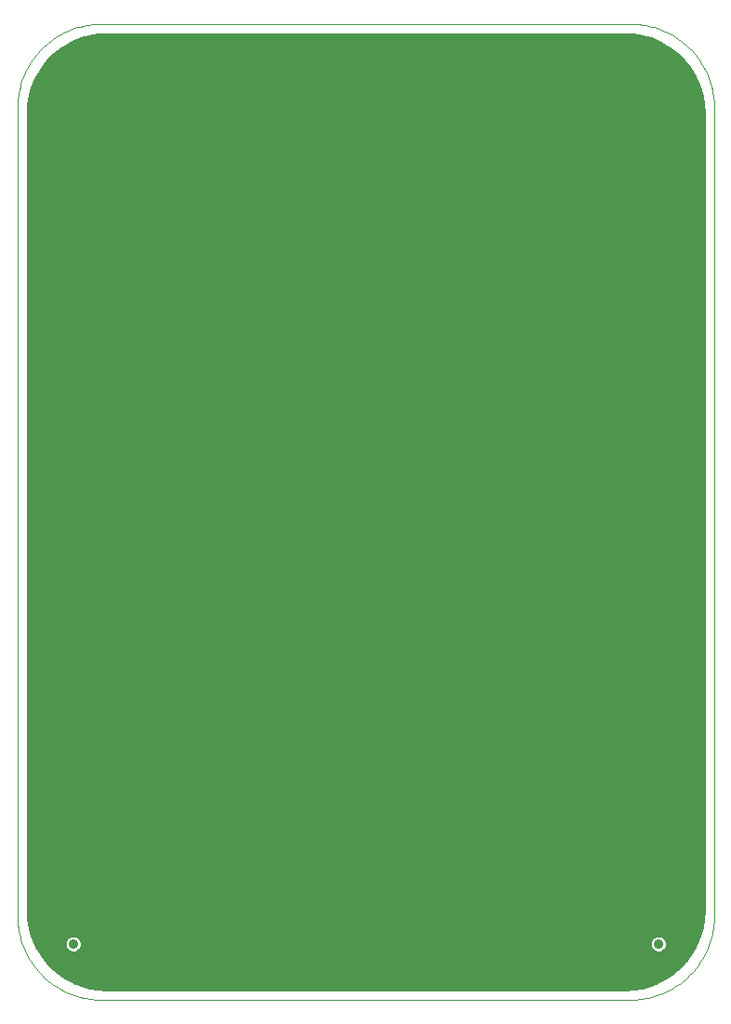
<source format=gtl>
G75*
%MOIN*%
%OFA0B0*%
%FSLAX24Y24*%
%IPPOS*%
%LPD*%
%AMOC8*
5,1,8,0,0,1.08239X$1,22.5*
%
%ADD10C,0.0000*%
%ADD11R,0.0324X0.0018*%
%ADD12R,0.0558X0.0018*%
%ADD13R,0.0738X0.0018*%
%ADD14R,0.0864X0.0018*%
%ADD15R,0.0990X0.0018*%
%ADD16R,0.1062X0.0018*%
%ADD17R,0.1170X0.0018*%
%ADD18R,0.1242X0.0018*%
%ADD19R,0.1314X0.0018*%
%ADD20R,0.1386X0.0018*%
%ADD21R,0.1458X0.0018*%
%ADD22R,0.1512X0.0018*%
%ADD23R,0.1566X0.0018*%
%ADD24R,0.1638X0.0018*%
%ADD25R,0.1674X0.0018*%
%ADD26R,0.1728X0.0018*%
%ADD27R,0.1764X0.0018*%
%ADD28R,0.1818X0.0018*%
%ADD29R,0.1854X0.0018*%
%ADD30R,0.1890X0.0018*%
%ADD31R,0.1926X0.0018*%
%ADD32R,0.1962X0.0018*%
%ADD33R,0.1998X0.0018*%
%ADD34R,0.2034X0.0018*%
%ADD35R,0.2070X0.0018*%
%ADD36R,0.2106X0.0018*%
%ADD37R,0.2142X0.0018*%
%ADD38R,0.2178X0.0018*%
%ADD39R,0.2214X0.0018*%
%ADD40R,0.2250X0.0018*%
%ADD41R,0.2286X0.0018*%
%ADD42R,0.2322X0.0018*%
%ADD43R,0.2358X0.0018*%
%ADD44R,0.2394X0.0018*%
%ADD45R,0.2430X0.0018*%
%ADD46R,0.2466X0.0018*%
%ADD47R,0.2502X0.0018*%
%ADD48R,0.2538X0.0018*%
%ADD49R,0.2574X0.0018*%
%ADD50R,0.2610X0.0018*%
%ADD51R,0.2646X0.0018*%
%ADD52R,0.2682X0.0018*%
%ADD53R,0.2718X0.0018*%
%ADD54R,0.2754X0.0018*%
%ADD55R,0.2790X0.0018*%
%ADD56R,0.2826X0.0018*%
%ADD57R,0.2862X0.0018*%
%ADD58R,0.2898X0.0018*%
%ADD59R,0.2934X0.0018*%
%ADD60R,0.2970X0.0018*%
%ADD61R,0.3006X0.0018*%
%ADD62R,0.3042X0.0018*%
%ADD63R,0.3078X0.0018*%
%ADD64R,0.3114X0.0018*%
%ADD65R,0.3150X0.0018*%
%ADD66R,0.3186X0.0018*%
%ADD67R,0.3222X0.0018*%
%ADD68R,0.3258X0.0018*%
%ADD69R,0.3294X0.0018*%
%ADD70R,0.3330X0.0018*%
%ADD71R,0.3366X0.0018*%
%ADD72R,0.3402X0.0018*%
%ADD73R,0.3438X0.0018*%
%ADD74R,0.3474X0.0018*%
%ADD75R,0.3510X0.0018*%
%ADD76R,0.3546X0.0018*%
%ADD77R,0.3582X0.0018*%
%ADD78R,0.3618X0.0018*%
%ADD79R,0.3654X0.0018*%
%ADD80R,0.3690X0.0018*%
%ADD81R,0.3726X0.0018*%
%ADD82R,0.1800X0.0018*%
%ADD83R,0.1746X0.0018*%
%ADD84R,0.1656X0.0018*%
%ADD85R,0.1602X0.0018*%
%ADD86R,0.1584X0.0018*%
%ADD87R,0.1620X0.0018*%
%ADD88R,0.1602X0.0018*%
%ADD89R,0.1548X0.0018*%
%ADD90R,0.1530X0.0018*%
%ADD91R,0.1584X0.0018*%
%ADD92R,0.1674X0.0018*%
%ADD93R,0.1692X0.0018*%
%ADD94R,0.1710X0.0018*%
%ADD95R,0.1872X0.0018*%
%ADD96R,0.1908X0.0018*%
%ADD97R,0.1944X0.0018*%
%ADD98R,0.1980X0.0018*%
%ADD99R,0.2016X0.0018*%
%ADD100R,0.2052X0.0018*%
%ADD101R,0.2088X0.0018*%
%ADD102R,0.2124X0.0018*%
%ADD103R,0.2160X0.0018*%
%ADD104R,0.1440X0.0018*%
%ADD105R,0.0684X0.0018*%
%ADD106R,0.0666X0.0018*%
%ADD107R,0.1368X0.0018*%
%ADD108R,0.1350X0.0018*%
%ADD109R,0.0648X0.0018*%
%ADD110R,0.1332X0.0018*%
%ADD111R,0.1296X0.0018*%
%ADD112R,0.1260X0.0018*%
%ADD113R,0.1224X0.0018*%
%ADD114R,0.1188X0.0018*%
%ADD115R,0.1152X0.0018*%
%ADD116R,0.1116X0.0018*%
%ADD117R,0.1080X0.0018*%
%ADD118R,0.1026X0.0018*%
%ADD119R,0.0972X0.0018*%
%ADD120R,0.0936X0.0018*%
%ADD121R,0.0918X0.0018*%
%ADD122R,0.0900X0.0018*%
%ADD123R,0.0882X0.0018*%
%ADD124R,0.0846X0.0018*%
%ADD125R,0.0828X0.0018*%
%ADD126R,0.0810X0.0018*%
%ADD127R,0.0792X0.0018*%
%ADD128R,0.0792X0.0018*%
%ADD129R,0.0018X0.0018*%
%ADD130R,0.0054X0.0018*%
%ADD131R,0.1512X0.0018*%
%ADD132R,0.0090X0.0018*%
%ADD133R,0.0108X0.0018*%
%ADD134R,0.0126X0.0018*%
%ADD135R,0.0144X0.0018*%
%ADD136R,0.1494X0.0018*%
%ADD137R,0.0342X0.0018*%
%ADD138R,0.0720X0.0018*%
%ADD139R,0.0180X0.0018*%
%ADD140R,0.1134X0.0018*%
%ADD141R,0.0198X0.0018*%
%ADD142R,0.0234X0.0018*%
%ADD143R,0.1476X0.0018*%
%ADD144R,0.0270X0.0018*%
%ADD145R,0.0288X0.0018*%
%ADD146R,0.1206X0.0018*%
%ADD147R,0.0378X0.0018*%
%ADD148R,0.1224X0.0018*%
%ADD149R,0.0396X0.0018*%
%ADD150R,0.0432X0.0018*%
%ADD151R,0.0450X0.0018*%
%ADD152R,0.1422X0.0018*%
%ADD153R,0.1242X0.0018*%
%ADD154R,0.0486X0.0018*%
%ADD155R,0.1422X0.0018*%
%ADD156R,0.0504X0.0018*%
%ADD157R,0.1404X0.0018*%
%ADD158R,0.0522X0.0018*%
%ADD159R,0.0576X0.0018*%
%ADD160R,0.0594X0.0018*%
%ADD161R,0.0630X0.0018*%
%ADD162R,0.1332X0.0018*%
%ADD163R,0.0702X0.0018*%
%ADD164R,0.1278X0.0018*%
%ADD165R,0.0774X0.0018*%
%ADD166R,0.0882X0.0018*%
%ADD167R,0.0954X0.0018*%
%ADD168R,0.1404X0.0018*%
%ADD169R,0.1008X0.0018*%
%ADD170R,0.1044X0.0018*%
%ADD171R,0.1062X0.0018*%
%ADD172R,0.1098X0.0018*%
%ADD173R,0.1152X0.0018*%
%ADD174R,0.0774X0.0018*%
%ADD175R,0.1044X0.0018*%
%ADD176R,0.0432X0.0018*%
%ADD177R,0.0702X0.0018*%
%ADD178R,0.0216X0.0018*%
%ADD179R,0.1692X0.0018*%
%ADD180R,0.1764X0.0018*%
%ADD181R,0.1782X0.0018*%
%ADD182R,0.1836X0.0018*%
%ADD183R,0.1854X0.0018*%
%ADD184R,0.1872X0.0018*%
%ADD185R,0.1782X0.0018*%
%ADD186R,0.0954X0.0018*%
%ADD187R,0.3672X0.0018*%
%ADD188R,0.3636X0.0018*%
%ADD189R,0.3600X0.0018*%
%ADD190R,0.3564X0.0018*%
%ADD191R,0.3528X0.0018*%
%ADD192R,0.3492X0.0018*%
%ADD193R,0.3456X0.0018*%
%ADD194R,0.3420X0.0018*%
%ADD195R,0.3384X0.0018*%
%ADD196R,0.3348X0.0018*%
%ADD197R,0.3312X0.0018*%
%ADD198R,0.3276X0.0018*%
%ADD199R,0.3240X0.0018*%
%ADD200R,0.3204X0.0018*%
%ADD201R,0.3168X0.0018*%
%ADD202R,0.3132X0.0018*%
%ADD203R,0.3096X0.0018*%
%ADD204R,0.3060X0.0018*%
%ADD205R,0.3024X0.0018*%
%ADD206R,0.2988X0.0018*%
%ADD207R,0.2952X0.0018*%
%ADD208R,0.2916X0.0018*%
%ADD209R,0.2880X0.0018*%
%ADD210R,0.2844X0.0018*%
%ADD211R,0.2808X0.0018*%
%ADD212R,0.2772X0.0018*%
%ADD213R,0.2736X0.0018*%
%ADD214R,0.2700X0.0018*%
%ADD215R,0.2664X0.0018*%
%ADD216R,0.2628X0.0018*%
%ADD217R,0.2592X0.0018*%
%ADD218R,0.2556X0.0018*%
%ADD219R,0.2520X0.0018*%
%ADD220R,0.2484X0.0018*%
%ADD221R,0.2448X0.0018*%
%ADD222R,0.2412X0.0018*%
%ADD223R,0.2376X0.0018*%
%ADD224R,0.2340X0.0018*%
%ADD225R,0.2304X0.0018*%
%ADD226R,0.2268X0.0018*%
%ADD227R,0.2232X0.0018*%
%ADD228R,0.2196X0.0018*%
%ADD229R,0.0306X0.0018*%
%ADD230C,0.0160*%
%ADD231C,0.0357*%
D10*
X000100Y003100D02*
X000100Y032100D01*
X000102Y032207D01*
X000108Y032314D01*
X000117Y032421D01*
X000131Y032527D01*
X000148Y032633D01*
X000169Y032738D01*
X000193Y032842D01*
X000222Y032945D01*
X000254Y033047D01*
X000289Y033148D01*
X000328Y033248D01*
X000371Y033346D01*
X000417Y033443D01*
X000467Y033538D01*
X000520Y033631D01*
X000576Y033722D01*
X000636Y033811D01*
X000698Y033898D01*
X000764Y033982D01*
X000833Y034065D01*
X000904Y034144D01*
X000979Y034221D01*
X001056Y034296D01*
X001135Y034367D01*
X001218Y034436D01*
X001302Y034502D01*
X001389Y034564D01*
X001478Y034624D01*
X001569Y034680D01*
X001662Y034733D01*
X001757Y034783D01*
X001854Y034829D01*
X001952Y034872D01*
X002052Y034911D01*
X002153Y034946D01*
X002255Y034978D01*
X002358Y035007D01*
X002462Y035031D01*
X002567Y035052D01*
X002673Y035069D01*
X002779Y035083D01*
X002886Y035092D01*
X002993Y035098D01*
X003100Y035100D01*
X022100Y035100D01*
X022207Y035098D01*
X022314Y035092D01*
X022421Y035083D01*
X022527Y035069D01*
X022633Y035052D01*
X022738Y035031D01*
X022842Y035007D01*
X022945Y034978D01*
X023047Y034946D01*
X023148Y034911D01*
X023248Y034872D01*
X023346Y034829D01*
X023443Y034783D01*
X023538Y034733D01*
X023631Y034680D01*
X023722Y034624D01*
X023811Y034564D01*
X023898Y034502D01*
X023982Y034436D01*
X024065Y034367D01*
X024144Y034296D01*
X024221Y034221D01*
X024296Y034144D01*
X024367Y034065D01*
X024436Y033982D01*
X024502Y033898D01*
X024564Y033811D01*
X024624Y033722D01*
X024680Y033631D01*
X024733Y033538D01*
X024783Y033443D01*
X024829Y033346D01*
X024872Y033248D01*
X024911Y033148D01*
X024946Y033047D01*
X024978Y032945D01*
X025007Y032842D01*
X025031Y032738D01*
X025052Y032633D01*
X025069Y032527D01*
X025083Y032421D01*
X025092Y032314D01*
X025098Y032207D01*
X025100Y032100D01*
X025100Y003100D01*
X025098Y002993D01*
X025092Y002886D01*
X025083Y002779D01*
X025069Y002673D01*
X025052Y002567D01*
X025031Y002462D01*
X025007Y002358D01*
X024978Y002255D01*
X024946Y002153D01*
X024911Y002052D01*
X024872Y001952D01*
X024829Y001854D01*
X024783Y001757D01*
X024733Y001662D01*
X024680Y001569D01*
X024624Y001478D01*
X024564Y001389D01*
X024502Y001302D01*
X024436Y001218D01*
X024367Y001135D01*
X024296Y001056D01*
X024221Y000979D01*
X024144Y000904D01*
X024065Y000833D01*
X023982Y000764D01*
X023898Y000698D01*
X023811Y000636D01*
X023722Y000576D01*
X023631Y000520D01*
X023538Y000467D01*
X023443Y000417D01*
X023346Y000371D01*
X023248Y000328D01*
X023148Y000289D01*
X023047Y000254D01*
X022945Y000222D01*
X022842Y000193D01*
X022738Y000169D01*
X022633Y000148D01*
X022527Y000131D01*
X022421Y000117D01*
X022314Y000108D01*
X022207Y000102D01*
X022100Y000100D01*
X003100Y000100D01*
X002993Y000102D01*
X002886Y000108D01*
X002779Y000117D01*
X002673Y000131D01*
X002567Y000148D01*
X002462Y000169D01*
X002358Y000193D01*
X002255Y000222D01*
X002153Y000254D01*
X002052Y000289D01*
X001952Y000328D01*
X001854Y000371D01*
X001757Y000417D01*
X001662Y000467D01*
X001569Y000520D01*
X001478Y000576D01*
X001389Y000636D01*
X001302Y000698D01*
X001218Y000764D01*
X001135Y000833D01*
X001056Y000904D01*
X000979Y000979D01*
X000904Y001056D01*
X000833Y001135D01*
X000764Y001218D01*
X000698Y001302D01*
X000636Y001389D01*
X000576Y001478D01*
X000520Y001569D01*
X000467Y001662D01*
X000417Y001757D01*
X000371Y001854D01*
X000328Y001952D01*
X000289Y002052D01*
X000254Y002153D01*
X000222Y002255D01*
X000193Y002358D01*
X000169Y002462D01*
X000148Y002567D01*
X000131Y002673D01*
X000117Y002779D01*
X000108Y002886D01*
X000102Y002993D01*
X000100Y003100D01*
X010225Y031850D02*
X014975Y031850D01*
X015024Y031852D01*
X015073Y031858D01*
X015121Y031867D01*
X015168Y031881D01*
X015214Y031898D01*
X015259Y031918D01*
X015302Y031942D01*
X015342Y031969D01*
X015381Y032000D01*
X015417Y032033D01*
X015450Y032069D01*
X015481Y032108D01*
X015508Y032148D01*
X015532Y032191D01*
X015552Y032236D01*
X015569Y032282D01*
X015583Y032329D01*
X015592Y032377D01*
X015598Y032426D01*
X015600Y032475D01*
X015598Y032524D01*
X015592Y032573D01*
X015583Y032621D01*
X015569Y032668D01*
X015552Y032714D01*
X015532Y032759D01*
X015508Y032802D01*
X015481Y032842D01*
X015450Y032881D01*
X015417Y032917D01*
X015381Y032950D01*
X015342Y032981D01*
X015302Y033008D01*
X015259Y033032D01*
X015214Y033052D01*
X015168Y033069D01*
X015121Y033083D01*
X015073Y033092D01*
X015024Y033098D01*
X014975Y033100D01*
X010225Y033100D01*
X009600Y032475D02*
X009602Y032426D01*
X009608Y032377D01*
X009617Y032329D01*
X009631Y032282D01*
X009648Y032236D01*
X009668Y032191D01*
X009692Y032148D01*
X009719Y032108D01*
X009750Y032069D01*
X009783Y032033D01*
X009819Y032000D01*
X009858Y031969D01*
X009898Y031942D01*
X009941Y031918D01*
X009986Y031898D01*
X010032Y031881D01*
X010079Y031867D01*
X010127Y031858D01*
X010176Y031852D01*
X010225Y031850D01*
X009600Y032475D02*
X009602Y032524D01*
X009608Y032573D01*
X009617Y032621D01*
X009631Y032668D01*
X009648Y032714D01*
X009668Y032759D01*
X009692Y032802D01*
X009719Y032842D01*
X009750Y032881D01*
X009783Y032917D01*
X009819Y032950D01*
X009858Y032981D01*
X009898Y033008D01*
X009941Y033032D01*
X009986Y033052D01*
X010032Y033069D01*
X010079Y033083D01*
X010127Y033092D01*
X010176Y033098D01*
X010225Y033100D01*
D11*
X018093Y022506D03*
X012621Y017412D03*
D12*
X012630Y017430D03*
X010938Y023730D03*
X013224Y025350D03*
X012630Y028968D03*
X018048Y022668D03*
D13*
X017994Y022812D03*
X013998Y019986D03*
X012630Y017448D03*
X010938Y023676D03*
X013224Y025314D03*
X012630Y028950D03*
D14*
X014025Y023568D03*
X016203Y021390D03*
X017967Y022920D03*
X012621Y017466D03*
D15*
X012630Y017484D03*
X016248Y021282D03*
D16*
X016248Y021246D03*
X013224Y025224D03*
X012630Y028896D03*
X012630Y017502D03*
D17*
X012630Y017520D03*
X011244Y022452D03*
X013224Y025188D03*
X017832Y023208D03*
D18*
X012630Y017538D03*
X011028Y022632D03*
X010974Y022704D03*
X010920Y023388D03*
D19*
X010920Y023316D03*
X007500Y023370D03*
X007536Y022794D03*
X012630Y017556D03*
X017742Y023370D03*
X012630Y028842D03*
D20*
X012630Y028824D03*
X010938Y023010D03*
X007626Y022668D03*
X007608Y022686D03*
X012630Y017574D03*
X015150Y020004D03*
X017706Y023442D03*
D21*
X017652Y023532D03*
X017652Y023550D03*
X017634Y023568D03*
X013206Y025044D03*
X007590Y023532D03*
X007698Y022560D03*
X007716Y022542D03*
X012630Y017592D03*
D22*
X012639Y017610D03*
X007869Y022344D03*
X007833Y022380D03*
X007815Y022398D03*
X007635Y023604D03*
X013215Y025008D03*
X017589Y023640D03*
D23*
X017544Y023712D03*
X014592Y019536D03*
X014574Y019518D03*
X013818Y018780D03*
X012630Y017628D03*
X011388Y018834D03*
X011370Y018852D03*
X011352Y018870D03*
X011262Y018960D03*
X011244Y018978D03*
X011226Y018996D03*
X011208Y019014D03*
X011190Y019032D03*
X011172Y019050D03*
X011154Y019068D03*
X011136Y019086D03*
X011118Y019104D03*
X011100Y019122D03*
X011082Y019140D03*
X011064Y019158D03*
X011046Y019176D03*
X011028Y019194D03*
X011010Y019212D03*
X010992Y019230D03*
X010974Y019248D03*
X010956Y019266D03*
X010938Y019284D03*
X013656Y023586D03*
X013206Y024972D03*
X007698Y023694D03*
X007680Y023676D03*
D24*
X007770Y023802D03*
X007788Y023820D03*
X012630Y017646D03*
X014646Y019626D03*
X013548Y023658D03*
X013530Y023676D03*
X013206Y024918D03*
X017436Y023856D03*
X017454Y023838D03*
D25*
X017400Y023910D03*
X017382Y023928D03*
X013422Y023766D03*
X013386Y023802D03*
X013368Y023820D03*
X013350Y023838D03*
X013296Y023910D03*
X013278Y023928D03*
X013278Y023946D03*
X013260Y023964D03*
X013206Y024882D03*
X013206Y024900D03*
X011550Y018726D03*
X012630Y017664D03*
X007842Y023892D03*
D26*
X007941Y024018D03*
X007959Y024036D03*
X007977Y024054D03*
X007995Y024072D03*
X008013Y024090D03*
X010515Y026610D03*
X010533Y026628D03*
X010551Y026646D03*
X010569Y026664D03*
X010587Y026682D03*
X010605Y026700D03*
X010623Y026718D03*
X010641Y026736D03*
X010659Y026754D03*
X010677Y026772D03*
X010695Y026790D03*
X010713Y026808D03*
X010731Y026826D03*
X010749Y026844D03*
X010767Y026862D03*
X010785Y026880D03*
X010803Y026898D03*
X010821Y026916D03*
X010839Y026934D03*
X010857Y026952D03*
X010875Y026970D03*
X010893Y026988D03*
X010911Y027006D03*
X010929Y027024D03*
X010947Y027042D03*
X010965Y027060D03*
X010983Y027078D03*
X011001Y027096D03*
X011019Y027114D03*
X011037Y027132D03*
X011055Y027150D03*
X011073Y027168D03*
X011091Y027186D03*
X011109Y027204D03*
X011127Y027222D03*
X011145Y027240D03*
X011163Y027258D03*
X011181Y027276D03*
X011199Y027294D03*
X011217Y027312D03*
X011235Y027330D03*
X011253Y027348D03*
X011559Y027654D03*
X013701Y027636D03*
X013719Y027618D03*
X013935Y027402D03*
X013953Y027384D03*
X013971Y027366D03*
X013989Y027348D03*
X014007Y027330D03*
X014025Y027312D03*
X014043Y027294D03*
X014061Y027276D03*
X014079Y027258D03*
X014097Y027240D03*
X014115Y027222D03*
X014133Y027204D03*
X014151Y027186D03*
X014169Y027168D03*
X014187Y027150D03*
X014205Y027132D03*
X014223Y027114D03*
X014241Y027096D03*
X014259Y027078D03*
X014277Y027060D03*
X014295Y027042D03*
X014313Y027024D03*
X014331Y027006D03*
X014349Y026988D03*
X014367Y026970D03*
X014385Y026952D03*
X014403Y026934D03*
X014421Y026916D03*
X014439Y026898D03*
X014457Y026880D03*
X014475Y026862D03*
X014493Y026844D03*
X014511Y026826D03*
X014529Y026808D03*
X014547Y026790D03*
X014565Y026772D03*
X014583Y026754D03*
X014601Y026736D03*
X014619Y026718D03*
X014637Y026700D03*
X014655Y026682D03*
X014673Y026664D03*
X014691Y026646D03*
X014709Y026628D03*
X014727Y026610D03*
X014745Y026592D03*
X016041Y025296D03*
X016059Y025278D03*
X016077Y025260D03*
X016095Y025242D03*
X016113Y025224D03*
X016131Y025206D03*
X016149Y025188D03*
X016167Y025170D03*
X016185Y025152D03*
X016203Y025134D03*
X016221Y025116D03*
X016239Y025098D03*
X016257Y025080D03*
X016275Y025062D03*
X016293Y025044D03*
X016311Y025026D03*
X016329Y025008D03*
X016347Y024990D03*
X016365Y024972D03*
X016383Y024954D03*
X016401Y024936D03*
X016419Y024918D03*
X016437Y024900D03*
X016455Y024882D03*
X016473Y024864D03*
X016491Y024846D03*
X016509Y024828D03*
X016527Y024810D03*
X016545Y024792D03*
X016563Y024774D03*
X016581Y024756D03*
X016599Y024738D03*
X016617Y024720D03*
X016635Y024702D03*
X016653Y024684D03*
X016671Y024666D03*
X016689Y024648D03*
X016707Y024630D03*
X016725Y024612D03*
X016743Y024594D03*
X016761Y024576D03*
X016779Y024558D03*
X016797Y024540D03*
X016815Y024522D03*
X016833Y024504D03*
X016851Y024486D03*
X016869Y024468D03*
X016887Y024450D03*
X016905Y024432D03*
X016923Y024414D03*
X016941Y024396D03*
X016959Y024378D03*
X016977Y024360D03*
X016995Y024342D03*
X017013Y024324D03*
X017031Y024306D03*
X017049Y024288D03*
X017067Y024270D03*
X017085Y024252D03*
X017103Y024234D03*
X017121Y024216D03*
X017139Y024198D03*
X017157Y024180D03*
X017175Y024162D03*
X017193Y024144D03*
X017211Y024126D03*
X017229Y024108D03*
X017247Y024090D03*
X017265Y024072D03*
X017283Y024054D03*
X014691Y019716D03*
X012639Y017682D03*
X011595Y018708D03*
X013233Y024036D03*
X013233Y024054D03*
D27*
X013629Y027690D03*
X014709Y019752D03*
X012639Y017700D03*
D28*
X012630Y017718D03*
X014718Y019788D03*
X013224Y024162D03*
X013206Y024720D03*
X013206Y024738D03*
X011676Y027726D03*
D29*
X013548Y027726D03*
X013206Y024666D03*
X014718Y019806D03*
X012630Y017736D03*
D30*
X012630Y017754D03*
X013224Y024270D03*
X013224Y024288D03*
X013224Y024306D03*
X013224Y024324D03*
X013224Y024342D03*
X013206Y024576D03*
D31*
X012630Y017772D03*
D32*
X012630Y017790D03*
D33*
X012630Y017808D03*
D34*
X012630Y017826D03*
D35*
X012630Y017844D03*
D36*
X012630Y017862D03*
D37*
X012630Y017880D03*
D38*
X012630Y017898D03*
D39*
X012630Y017916D03*
D40*
X012630Y017934D03*
D41*
X012630Y017952D03*
D42*
X012630Y017970D03*
D43*
X012630Y017988D03*
D44*
X012630Y018006D03*
D45*
X012630Y018024D03*
D46*
X012630Y018042D03*
D47*
X012630Y018060D03*
D48*
X012630Y018078D03*
D49*
X012630Y018096D03*
D50*
X012630Y018114D03*
D51*
X012630Y018132D03*
D52*
X012630Y018150D03*
D53*
X012630Y018168D03*
D54*
X012630Y018186D03*
D55*
X012630Y018204D03*
D56*
X012630Y018222D03*
D57*
X012630Y018240D03*
D58*
X012630Y018258D03*
D59*
X012630Y018276D03*
D60*
X012630Y018294D03*
D61*
X012630Y018312D03*
D62*
X012630Y018330D03*
D63*
X012630Y018348D03*
D64*
X012630Y018366D03*
D65*
X012630Y018384D03*
D66*
X012630Y018402D03*
D67*
X012630Y018420D03*
D68*
X012630Y018438D03*
D69*
X012630Y018456D03*
D70*
X012630Y018474D03*
D71*
X012630Y018492D03*
D72*
X012630Y018510D03*
D73*
X012630Y018528D03*
D74*
X012630Y018546D03*
D75*
X012630Y018564D03*
D76*
X012630Y018582D03*
D77*
X012630Y018600D03*
D78*
X012630Y018618D03*
D79*
X012630Y018636D03*
D80*
X012630Y018654D03*
D81*
X012630Y018672D03*
D82*
X011649Y018690D03*
X014709Y019770D03*
X013233Y024144D03*
X013215Y024756D03*
X013593Y027708D03*
D83*
X013656Y027672D03*
X013674Y027654D03*
X012630Y028698D03*
X011604Y027690D03*
X011586Y027672D03*
X010506Y026592D03*
X010488Y026574D03*
X010470Y026556D03*
X010452Y026538D03*
X010434Y026520D03*
X010416Y026502D03*
X010398Y026484D03*
X010380Y026466D03*
X010362Y026448D03*
X010344Y026430D03*
X010326Y026412D03*
X010308Y026394D03*
X010290Y026376D03*
X010272Y026358D03*
X010254Y026340D03*
X010236Y026322D03*
X010218Y026304D03*
X010200Y026286D03*
X010182Y026268D03*
X010164Y026250D03*
X010146Y026232D03*
X010128Y026214D03*
X010110Y026196D03*
X010092Y026178D03*
X010074Y026160D03*
X010056Y026142D03*
X010038Y026124D03*
X010020Y026106D03*
X010002Y026088D03*
X009984Y026070D03*
X009966Y026052D03*
X009948Y026034D03*
X009930Y026016D03*
X009912Y025998D03*
X009894Y025980D03*
X009876Y025962D03*
X009858Y025944D03*
X009840Y025926D03*
X009822Y025908D03*
X009804Y025890D03*
X009786Y025872D03*
X009768Y025854D03*
X009750Y025836D03*
X009732Y025818D03*
X009714Y025800D03*
X009696Y025782D03*
X009678Y025764D03*
X009660Y025746D03*
X009642Y025728D03*
X009624Y025710D03*
X009606Y025692D03*
X009588Y025674D03*
X009570Y025656D03*
X009552Y025638D03*
X009534Y025620D03*
X009516Y025602D03*
X009498Y025584D03*
X009480Y025566D03*
X009462Y025548D03*
X009444Y025530D03*
X009426Y025512D03*
X009408Y025494D03*
X009390Y025476D03*
X009372Y025458D03*
X009354Y025440D03*
X009336Y025422D03*
X009318Y025404D03*
X009300Y025386D03*
X009282Y025368D03*
X009264Y025350D03*
X009246Y025332D03*
X009228Y025314D03*
X009210Y025296D03*
X009192Y025278D03*
X009174Y025260D03*
X009156Y025242D03*
X009138Y025224D03*
X009120Y025206D03*
X009102Y025188D03*
X009084Y025170D03*
X009066Y025152D03*
X009048Y025134D03*
X009030Y025116D03*
X009012Y025098D03*
X008994Y025080D03*
X008976Y025062D03*
X008958Y025044D03*
X008940Y025026D03*
X008922Y025008D03*
X008904Y024990D03*
X008886Y024972D03*
X008868Y024954D03*
X008850Y024936D03*
X008832Y024918D03*
X008814Y024900D03*
X008796Y024882D03*
X008778Y024864D03*
X008760Y024846D03*
X008742Y024828D03*
X008724Y024810D03*
X008706Y024792D03*
X008688Y024774D03*
X008670Y024756D03*
X008652Y024738D03*
X008634Y024720D03*
X008616Y024702D03*
X008598Y024684D03*
X008580Y024666D03*
X008562Y024648D03*
X008544Y024630D03*
X008526Y024612D03*
X008508Y024594D03*
X008490Y024576D03*
X008472Y024558D03*
X008454Y024540D03*
X008436Y024522D03*
X008418Y024504D03*
X008400Y024486D03*
X008382Y024468D03*
X008364Y024450D03*
X008346Y024432D03*
X008328Y024414D03*
X008310Y024396D03*
X008292Y024378D03*
X008274Y024360D03*
X008256Y024342D03*
X008238Y024324D03*
X008220Y024306D03*
X008202Y024288D03*
X008184Y024270D03*
X008166Y024252D03*
X008148Y024234D03*
X008130Y024216D03*
X008112Y024198D03*
X008094Y024180D03*
X008076Y024162D03*
X008058Y024144D03*
X008040Y024126D03*
X008022Y024108D03*
X013224Y024072D03*
X013206Y024810D03*
X013206Y024828D03*
X014862Y026484D03*
X014880Y026466D03*
X014898Y026448D03*
X014916Y026430D03*
X014934Y026412D03*
X014952Y026394D03*
X014970Y026376D03*
X014988Y026358D03*
X015006Y026340D03*
X015024Y026322D03*
X015042Y026304D03*
X015060Y026286D03*
X015078Y026268D03*
X015096Y026250D03*
X015114Y026232D03*
X015132Y026214D03*
X015150Y026196D03*
X015168Y026178D03*
X015186Y026160D03*
X015204Y026142D03*
X015222Y026124D03*
X015240Y026106D03*
X015258Y026088D03*
X015276Y026070D03*
X015294Y026052D03*
X015312Y026034D03*
X015330Y026016D03*
X015348Y025998D03*
X015366Y025980D03*
X015384Y025962D03*
X015402Y025944D03*
X015420Y025926D03*
X015438Y025908D03*
X015456Y025890D03*
X015474Y025872D03*
X015492Y025854D03*
X015510Y025836D03*
X015528Y025818D03*
X015546Y025800D03*
X015564Y025782D03*
X015582Y025764D03*
X015600Y025746D03*
X015618Y025728D03*
X015636Y025710D03*
X015654Y025692D03*
X015672Y025674D03*
X015690Y025656D03*
X015708Y025638D03*
X015726Y025620D03*
X015744Y025602D03*
X015762Y025584D03*
X015780Y025566D03*
X015798Y025548D03*
X015816Y025530D03*
X015834Y025512D03*
X015852Y025494D03*
X015870Y025476D03*
X015888Y025458D03*
X015906Y025440D03*
X015924Y025422D03*
X015942Y025404D03*
X015960Y025386D03*
X015978Y025368D03*
X015996Y025350D03*
X016014Y025332D03*
X016032Y025314D03*
X014844Y026502D03*
X014826Y026520D03*
X014808Y026538D03*
X014790Y026556D03*
X014772Y026574D03*
X014700Y019734D03*
X013638Y018690D03*
D84*
X013701Y018708D03*
X014655Y019644D03*
X013503Y023694D03*
X013485Y023712D03*
X013467Y023730D03*
X013449Y023748D03*
X013341Y023856D03*
X013323Y023874D03*
X013305Y023892D03*
X012621Y028734D03*
X017409Y023892D03*
X017427Y023874D03*
X011523Y018744D03*
X007815Y023856D03*
X007797Y023838D03*
D85*
X013206Y024954D03*
X013602Y023622D03*
X013746Y018726D03*
D86*
X013773Y018744D03*
X013791Y018762D03*
X014601Y019554D03*
X011433Y018798D03*
X011415Y018816D03*
X007707Y023712D03*
X007725Y023730D03*
X017517Y023748D03*
X017535Y023730D03*
D87*
X017481Y023802D03*
X017463Y023820D03*
X014637Y019608D03*
X013575Y023640D03*
X013215Y024936D03*
X011487Y018762D03*
X007743Y023766D03*
X007761Y023784D03*
D88*
X007734Y023748D03*
X011460Y018780D03*
X014628Y019590D03*
X017508Y023766D03*
X017490Y023784D03*
X012630Y028752D03*
D89*
X012621Y028770D03*
X013215Y024990D03*
X009831Y020382D03*
X009813Y020400D03*
X009795Y020418D03*
X009777Y020436D03*
X009759Y020454D03*
X009741Y020472D03*
X009723Y020490D03*
X009705Y020508D03*
X009687Y020526D03*
X009669Y020544D03*
X009651Y020562D03*
X009633Y020580D03*
X009615Y020598D03*
X009597Y020616D03*
X009579Y020634D03*
X009561Y020652D03*
X009543Y020670D03*
X009525Y020688D03*
X009507Y020706D03*
X009489Y020724D03*
X009471Y020742D03*
X009453Y020760D03*
X009435Y020778D03*
X009417Y020796D03*
X009399Y020814D03*
X009381Y020832D03*
X009363Y020850D03*
X009345Y020868D03*
X009327Y020886D03*
X009309Y020904D03*
X009291Y020922D03*
X009849Y020364D03*
X009867Y020346D03*
X009885Y020328D03*
X009903Y020310D03*
X009921Y020292D03*
X009939Y020274D03*
X009957Y020256D03*
X009975Y020238D03*
X009993Y020220D03*
X010011Y020202D03*
X010029Y020184D03*
X010047Y020166D03*
X010065Y020148D03*
X010083Y020130D03*
X010101Y020112D03*
X010119Y020094D03*
X010137Y020076D03*
X010155Y020058D03*
X010173Y020040D03*
X010191Y020022D03*
X010209Y020004D03*
X010227Y019986D03*
X010245Y019968D03*
X010263Y019950D03*
X010281Y019932D03*
X010299Y019914D03*
X010317Y019896D03*
X010335Y019878D03*
X010353Y019860D03*
X010371Y019842D03*
X010389Y019824D03*
X010407Y019806D03*
X010425Y019788D03*
X010443Y019770D03*
X010461Y019752D03*
X010479Y019734D03*
X010497Y019716D03*
X010515Y019698D03*
X010533Y019680D03*
X010551Y019662D03*
X010569Y019644D03*
X010587Y019626D03*
X010605Y019608D03*
X010623Y019590D03*
X010641Y019572D03*
X010659Y019554D03*
X010677Y019536D03*
X010695Y019518D03*
X010713Y019500D03*
X010731Y019482D03*
X010749Y019464D03*
X010767Y019446D03*
X010785Y019428D03*
X010803Y019410D03*
X010821Y019392D03*
X010839Y019374D03*
X010857Y019356D03*
X010875Y019338D03*
X010893Y019320D03*
X010911Y019302D03*
X011271Y018942D03*
X011289Y018924D03*
X011307Y018906D03*
X011325Y018888D03*
X013845Y018798D03*
X013863Y018816D03*
X013881Y018834D03*
X014547Y019482D03*
X014565Y019500D03*
X017571Y023676D03*
X017553Y023694D03*
X007671Y023658D03*
D90*
X007662Y023640D03*
X007644Y023622D03*
X007878Y022326D03*
X007896Y022308D03*
X007914Y022290D03*
X007932Y022272D03*
X007950Y022254D03*
X007968Y022236D03*
X007986Y022218D03*
X008004Y022200D03*
X008022Y022182D03*
X008040Y022164D03*
X008058Y022146D03*
X008076Y022128D03*
X008094Y022110D03*
X008112Y022092D03*
X008130Y022074D03*
X008148Y022056D03*
X008166Y022038D03*
X008184Y022020D03*
X008202Y022002D03*
X008220Y021984D03*
X008238Y021966D03*
X008256Y021948D03*
X008274Y021930D03*
X008292Y021912D03*
X008310Y021894D03*
X008328Y021876D03*
X008346Y021858D03*
X008364Y021840D03*
X008382Y021822D03*
X008400Y021804D03*
X008418Y021786D03*
X008436Y021768D03*
X008454Y021750D03*
X008472Y021732D03*
X008490Y021714D03*
X008508Y021696D03*
X008526Y021678D03*
X008544Y021660D03*
X008562Y021642D03*
X008580Y021624D03*
X008598Y021606D03*
X008616Y021588D03*
X008634Y021570D03*
X008652Y021552D03*
X008670Y021534D03*
X008688Y021516D03*
X008706Y021498D03*
X008724Y021480D03*
X008742Y021462D03*
X008760Y021444D03*
X008778Y021426D03*
X008796Y021408D03*
X008814Y021390D03*
X008832Y021372D03*
X008850Y021354D03*
X008868Y021336D03*
X008886Y021318D03*
X008904Y021300D03*
X008922Y021282D03*
X008940Y021264D03*
X008958Y021246D03*
X008976Y021228D03*
X008994Y021210D03*
X009012Y021192D03*
X009030Y021174D03*
X009048Y021156D03*
X009066Y021138D03*
X009084Y021120D03*
X009102Y021102D03*
X009120Y021084D03*
X009138Y021066D03*
X009156Y021048D03*
X009174Y021030D03*
X009192Y021012D03*
X009210Y020994D03*
X009228Y020976D03*
X009246Y020958D03*
X009264Y020940D03*
X013908Y018852D03*
X013926Y018870D03*
X013944Y018888D03*
X013962Y018906D03*
X013980Y018924D03*
X013998Y018942D03*
X014016Y018960D03*
X014034Y018978D03*
X014052Y018996D03*
X014070Y019014D03*
X014088Y019032D03*
X014106Y019050D03*
X014124Y019068D03*
X014142Y019086D03*
X014160Y019104D03*
X014178Y019122D03*
X014196Y019140D03*
X014214Y019158D03*
X014232Y019176D03*
X014250Y019194D03*
X014268Y019212D03*
X014286Y019230D03*
X014304Y019248D03*
X014322Y019266D03*
X014340Y019284D03*
X014358Y019302D03*
X014376Y019320D03*
X014394Y019338D03*
X014412Y019356D03*
X014430Y019374D03*
X014448Y019392D03*
X014466Y019410D03*
X014484Y019428D03*
X014502Y019446D03*
X014520Y019464D03*
X017580Y023658D03*
D91*
X014619Y019572D03*
X013629Y023604D03*
D92*
X013404Y023784D03*
X014664Y019662D03*
X007824Y023874D03*
D93*
X007869Y023928D03*
X014673Y019680D03*
X017373Y023946D03*
X017355Y023964D03*
D94*
X017328Y024000D03*
X017310Y024018D03*
X017292Y024036D03*
X013926Y027420D03*
X013908Y027438D03*
X013890Y027456D03*
X013872Y027474D03*
X013854Y027492D03*
X013836Y027510D03*
X013818Y027528D03*
X013800Y027546D03*
X013782Y027564D03*
X013764Y027582D03*
X013746Y027600D03*
X013206Y024864D03*
X013206Y024846D03*
X013242Y024018D03*
X011262Y027366D03*
X011280Y027384D03*
X011298Y027402D03*
X011316Y027420D03*
X011334Y027438D03*
X011352Y027456D03*
X011388Y027492D03*
X011406Y027510D03*
X011424Y027528D03*
X011442Y027546D03*
X011460Y027564D03*
X011478Y027582D03*
X011496Y027600D03*
X011514Y027618D03*
X011532Y027636D03*
X007932Y024000D03*
X007914Y023982D03*
X007896Y023964D03*
X014682Y019698D03*
D95*
X014727Y019824D03*
X012621Y028644D03*
D96*
X012621Y028626D03*
X013215Y024558D03*
X013215Y024540D03*
X013215Y024522D03*
X013215Y024504D03*
X013215Y024486D03*
X013215Y024468D03*
X013215Y024450D03*
X013215Y024432D03*
X013215Y024414D03*
X013215Y024396D03*
X013215Y024378D03*
X013215Y024360D03*
X014727Y019842D03*
D97*
X014727Y019860D03*
X012621Y028608D03*
D98*
X012621Y028590D03*
X014727Y019878D03*
D99*
X014727Y019896D03*
X012621Y028572D03*
D100*
X012621Y028554D03*
X014727Y019914D03*
D101*
X014727Y019932D03*
X012621Y028536D03*
D102*
X012621Y028518D03*
X014727Y019950D03*
D103*
X014727Y019968D03*
X012621Y028500D03*
D104*
X012621Y028806D03*
X013215Y025062D03*
X015105Y019986D03*
X017661Y023514D03*
X007689Y022578D03*
X007671Y022596D03*
X007581Y023514D03*
D105*
X013953Y020004D03*
D106*
X013926Y020022D03*
X013908Y020040D03*
X013890Y020058D03*
X013872Y020076D03*
X013854Y020094D03*
X013836Y020112D03*
X013818Y020130D03*
X013800Y020148D03*
X013782Y020166D03*
X013764Y020184D03*
X013746Y020202D03*
X013728Y020220D03*
X013710Y020238D03*
X013692Y020256D03*
X013674Y020274D03*
X013656Y020292D03*
X013638Y020310D03*
X013620Y020328D03*
X013602Y020346D03*
X013584Y020364D03*
X013566Y020382D03*
X013548Y020400D03*
X013530Y020418D03*
X013512Y020436D03*
X013494Y020454D03*
X013476Y020472D03*
X013458Y020490D03*
X013440Y020508D03*
X013422Y020526D03*
X013404Y020544D03*
X013386Y020562D03*
X013368Y020580D03*
X011568Y022380D03*
X011550Y022398D03*
X013224Y025332D03*
X018012Y022758D03*
D107*
X017715Y023424D03*
X015195Y020040D03*
X015177Y020022D03*
X013215Y025098D03*
X010929Y023226D03*
X010929Y023208D03*
X010929Y023190D03*
X010929Y023172D03*
X010929Y022992D03*
X010929Y022974D03*
X010929Y022956D03*
X010929Y022938D03*
X010929Y022920D03*
X007599Y022704D03*
X007581Y022722D03*
X007527Y023442D03*
D108*
X007518Y023424D03*
X007518Y023406D03*
X007572Y022740D03*
X010920Y023244D03*
X010920Y023262D03*
X015222Y020058D03*
X015240Y020076D03*
X015258Y020094D03*
X015276Y020112D03*
X015294Y020130D03*
X015312Y020148D03*
X015330Y020166D03*
X015348Y020184D03*
X015366Y020202D03*
X015384Y020220D03*
X015402Y020238D03*
X015420Y020256D03*
X015438Y020274D03*
X015456Y020292D03*
X015474Y020310D03*
X015492Y020328D03*
X015510Y020346D03*
X015528Y020364D03*
X015546Y020382D03*
X015564Y020400D03*
X015582Y020418D03*
X015600Y020436D03*
X015618Y020454D03*
X015636Y020472D03*
X015654Y020490D03*
X015672Y020508D03*
X015690Y020526D03*
X015708Y020544D03*
X015726Y020562D03*
X015744Y020580D03*
X015762Y020598D03*
X015780Y020616D03*
X015798Y020634D03*
X015816Y020652D03*
X015834Y020670D03*
X015852Y020688D03*
X015870Y020706D03*
X015888Y020724D03*
X015906Y020742D03*
X015924Y020760D03*
X015942Y020778D03*
X015960Y020796D03*
X015978Y020814D03*
X015996Y020832D03*
X016014Y020850D03*
X016032Y020868D03*
X016050Y020886D03*
X016068Y020904D03*
X016086Y020922D03*
X016104Y020940D03*
X016122Y020958D03*
X016140Y020976D03*
X016158Y020994D03*
X016176Y021012D03*
X016194Y021030D03*
X016212Y021048D03*
X016230Y021066D03*
X016248Y021084D03*
X017724Y023406D03*
D109*
X018021Y022740D03*
X013359Y020598D03*
X013341Y020616D03*
X013323Y020634D03*
X013305Y020652D03*
X013287Y020670D03*
X013269Y020688D03*
X013251Y020706D03*
X013233Y020724D03*
X013215Y020742D03*
X013197Y020760D03*
X013179Y020778D03*
X013161Y020796D03*
X013143Y020814D03*
X013125Y020832D03*
X013107Y020850D03*
X013089Y020868D03*
X013071Y020886D03*
X013053Y020904D03*
X013035Y020922D03*
X013017Y020940D03*
X012999Y020958D03*
X012981Y020976D03*
X012963Y020994D03*
X012945Y021012D03*
X012927Y021030D03*
X012909Y021048D03*
X012891Y021066D03*
X012873Y021084D03*
X012855Y021102D03*
X012837Y021120D03*
X012819Y021138D03*
X012801Y021156D03*
X012783Y021174D03*
X012765Y021192D03*
X012747Y021210D03*
X012729Y021228D03*
X012711Y021246D03*
X012693Y021264D03*
X012675Y021282D03*
X012657Y021300D03*
X012639Y021318D03*
X012621Y021336D03*
X012603Y021354D03*
X012585Y021372D03*
X012567Y021390D03*
X012549Y021408D03*
X012531Y021426D03*
X012513Y021444D03*
X012495Y021462D03*
X012477Y021480D03*
X012459Y021498D03*
X012441Y021516D03*
X012423Y021534D03*
X012405Y021552D03*
X012387Y021570D03*
X012369Y021588D03*
X012351Y021606D03*
X012333Y021624D03*
X012315Y021642D03*
X012297Y021660D03*
X012279Y021678D03*
X012261Y021696D03*
X012243Y021714D03*
X012225Y021732D03*
X012207Y021750D03*
X012189Y021768D03*
X012171Y021786D03*
X012153Y021804D03*
X012135Y021822D03*
X012117Y021840D03*
X012099Y021858D03*
X012081Y021876D03*
X012063Y021894D03*
X012045Y021912D03*
X012027Y021930D03*
X012009Y021948D03*
X011991Y021966D03*
X011973Y021984D03*
X011955Y022002D03*
X011937Y022020D03*
X011919Y022038D03*
X011901Y022056D03*
X011883Y022074D03*
X011865Y022092D03*
X011847Y022110D03*
X011829Y022128D03*
X011811Y022146D03*
X011793Y022164D03*
X011775Y022182D03*
X011757Y022200D03*
X011739Y022218D03*
X011721Y022236D03*
X011703Y022254D03*
X011685Y022272D03*
X011667Y022290D03*
X011649Y022308D03*
X011631Y022326D03*
X011613Y022344D03*
X011595Y022362D03*
D110*
X016257Y021102D03*
D111*
X016257Y021120D03*
X017769Y023334D03*
X017751Y023352D03*
X013215Y025134D03*
X010929Y023334D03*
X010929Y022848D03*
X010929Y022830D03*
X007527Y022812D03*
X007473Y023316D03*
X007473Y023334D03*
X007491Y023352D03*
D112*
X007455Y023262D03*
X007455Y023244D03*
X007491Y022866D03*
X010947Y022776D03*
X010947Y022758D03*
X010929Y023370D03*
X013215Y025152D03*
X016257Y021138D03*
X017787Y023298D03*
D113*
X017805Y023262D03*
X016257Y021156D03*
X011145Y022524D03*
X011127Y022542D03*
X011091Y022578D03*
X011073Y022596D03*
X011001Y022668D03*
X010983Y022686D03*
X010965Y022722D03*
X007473Y022902D03*
X007455Y022938D03*
X007437Y023064D03*
X007437Y023082D03*
X007437Y023100D03*
X007437Y023118D03*
X007437Y023136D03*
X007437Y023154D03*
X007437Y023172D03*
X012621Y028860D03*
D114*
X010929Y023442D03*
X011199Y022488D03*
X011217Y022470D03*
X007437Y023046D03*
X016257Y021174D03*
X017823Y023226D03*
D115*
X017841Y023190D03*
X016257Y021192D03*
D116*
X016257Y021210D03*
X017859Y023154D03*
X013215Y025206D03*
X010929Y023496D03*
D117*
X010929Y023514D03*
X016257Y021228D03*
X017877Y023118D03*
D118*
X017904Y023064D03*
X016248Y021264D03*
X010938Y023550D03*
D119*
X010929Y023586D03*
X016239Y021300D03*
X017913Y023028D03*
D120*
X017931Y022992D03*
X016239Y021318D03*
D121*
X016230Y021336D03*
X017940Y022974D03*
X010938Y023604D03*
D122*
X016221Y021354D03*
X017949Y022956D03*
D123*
X016212Y021372D03*
D124*
X016194Y021408D03*
X010938Y023640D03*
X012630Y028932D03*
D125*
X017967Y022902D03*
X016185Y021426D03*
D126*
X016176Y021444D03*
X016158Y021462D03*
X017976Y022884D03*
X014070Y023550D03*
X013224Y025296D03*
D127*
X014115Y023514D03*
X014169Y023460D03*
X014205Y023424D03*
X014223Y023406D03*
X014259Y023370D03*
X014295Y023334D03*
X014313Y023316D03*
X014349Y023280D03*
X014385Y023244D03*
X014403Y023226D03*
X014439Y023190D03*
X014475Y023154D03*
X014493Y023136D03*
X014529Y023100D03*
X014565Y023064D03*
X014583Y023046D03*
X014619Y023010D03*
X014655Y022974D03*
X014673Y022956D03*
X014709Y022920D03*
X014745Y022884D03*
X014763Y022866D03*
X014799Y022830D03*
X014835Y022794D03*
X014853Y022776D03*
X014889Y022740D03*
X014925Y022704D03*
X014943Y022686D03*
X014979Y022650D03*
X015015Y022614D03*
X015033Y022596D03*
X015069Y022560D03*
X015105Y022524D03*
X015123Y022506D03*
X015159Y022470D03*
X015195Y022434D03*
X015213Y022416D03*
X015249Y022380D03*
X015285Y022344D03*
X015303Y022326D03*
X015339Y022290D03*
X015375Y022254D03*
X015393Y022236D03*
X015429Y022200D03*
X015465Y022164D03*
X015483Y022146D03*
X015519Y022110D03*
X015555Y022074D03*
X015573Y022056D03*
X015609Y022020D03*
X015645Y021984D03*
X015663Y021966D03*
X015699Y021930D03*
X015735Y021894D03*
X015753Y021876D03*
X015789Y021840D03*
X015825Y021804D03*
X015843Y021786D03*
X015879Y021750D03*
X015915Y021714D03*
X015933Y021696D03*
X015969Y021660D03*
X016005Y021624D03*
X016023Y021606D03*
X016059Y021570D03*
X016095Y021534D03*
X016113Y021516D03*
X016149Y021480D03*
X017985Y022866D03*
X010929Y023658D03*
D128*
X014097Y023532D03*
X014151Y023478D03*
X014187Y023442D03*
X014241Y023388D03*
X014277Y023352D03*
X014331Y023298D03*
X014367Y023262D03*
X014421Y023208D03*
X014457Y023172D03*
X014511Y023118D03*
X014547Y023082D03*
X014601Y023028D03*
X014637Y022992D03*
X014691Y022938D03*
X014727Y022902D03*
X014781Y022848D03*
X014817Y022812D03*
X014871Y022758D03*
X014907Y022722D03*
X014961Y022668D03*
X014997Y022632D03*
X015051Y022578D03*
X015087Y022542D03*
X015141Y022488D03*
X015177Y022452D03*
X015231Y022398D03*
X015267Y022362D03*
X015321Y022308D03*
X015357Y022272D03*
X015411Y022218D03*
X015447Y022182D03*
X015501Y022128D03*
X015537Y022092D03*
X015591Y022038D03*
X015627Y022002D03*
X015681Y021948D03*
X015717Y021912D03*
X015771Y021858D03*
X015807Y021822D03*
X015861Y021768D03*
X015897Y021732D03*
X015951Y021678D03*
X015987Y021642D03*
X016041Y021588D03*
X016077Y021552D03*
X016131Y021498D03*
D129*
X018120Y022326D03*
D130*
X018120Y022344D03*
D131*
X017607Y023622D03*
X007851Y022362D03*
D132*
X018120Y022362D03*
D133*
X018111Y022380D03*
D134*
X010938Y022398D03*
D135*
X018111Y022398D03*
D136*
X017616Y023604D03*
X013206Y025026D03*
X012630Y028788D03*
X007626Y023586D03*
X007752Y022488D03*
X007770Y022452D03*
X007788Y022434D03*
X007806Y022416D03*
D137*
X010938Y022416D03*
X018084Y022524D03*
D138*
X018003Y022794D03*
X011505Y022416D03*
D139*
X018111Y022416D03*
D140*
X017850Y023172D03*
X012630Y028878D03*
X011280Y022434D03*
D141*
X013224Y025386D03*
X018102Y022434D03*
D142*
X018102Y022452D03*
D143*
X017625Y023586D03*
X007761Y022470D03*
X007743Y022506D03*
X007725Y022524D03*
X007599Y023550D03*
X007617Y023568D03*
D144*
X018102Y022470D03*
D145*
X018093Y022488D03*
X013197Y023532D03*
D146*
X013224Y025170D03*
X011172Y022506D03*
X010938Y023424D03*
X007464Y022920D03*
X007446Y022956D03*
X007446Y022974D03*
X007446Y022992D03*
X007446Y023010D03*
X007446Y023028D03*
X017814Y023244D03*
D147*
X018084Y022542D03*
X010938Y023766D03*
D148*
X010929Y023406D03*
X011019Y022650D03*
X011109Y022560D03*
D149*
X013215Y025368D03*
X018075Y022560D03*
D150*
X018075Y022578D03*
D151*
X018066Y022596D03*
D152*
X007662Y022614D03*
X007572Y023496D03*
D153*
X007446Y023226D03*
X007446Y023208D03*
X007446Y023190D03*
X007482Y022884D03*
X010956Y022740D03*
X011046Y022614D03*
X017796Y023280D03*
D154*
X018066Y022614D03*
X010938Y023748D03*
D155*
X007644Y022632D03*
X017670Y023496D03*
D156*
X018057Y022632D03*
D157*
X017697Y023460D03*
X013215Y025080D03*
X007563Y023478D03*
X007545Y023460D03*
X007635Y022650D03*
D158*
X018048Y022650D03*
D159*
X018039Y022686D03*
X013215Y023568D03*
D160*
X018030Y022704D03*
D161*
X018030Y022722D03*
X010938Y023712D03*
D162*
X010929Y023298D03*
X010929Y023280D03*
X010929Y022902D03*
X010929Y022884D03*
X010929Y022866D03*
X013215Y025116D03*
X017733Y023388D03*
X007563Y022758D03*
X007545Y022776D03*
X007509Y023388D03*
D163*
X018012Y022776D03*
D164*
X017778Y023316D03*
X010920Y023352D03*
X010938Y022812D03*
X010938Y022794D03*
X007518Y022830D03*
X007500Y022848D03*
X007464Y023280D03*
X007464Y023298D03*
D165*
X017994Y022848D03*
X017994Y022830D03*
D166*
X017958Y022938D03*
X013224Y025278D03*
X010938Y023622D03*
D167*
X012630Y028914D03*
X017922Y023010D03*
D168*
X017679Y023478D03*
X010929Y023154D03*
X010929Y023136D03*
X010929Y023118D03*
X010929Y023100D03*
X010929Y023082D03*
X010929Y023064D03*
X010929Y023046D03*
X010929Y023028D03*
D169*
X010929Y023568D03*
X013215Y025242D03*
X017913Y023046D03*
D170*
X017895Y023082D03*
D171*
X017886Y023100D03*
D172*
X017868Y023136D03*
D173*
X010929Y023460D03*
X010929Y023478D03*
D174*
X014142Y023496D03*
D175*
X010929Y023532D03*
D176*
X013197Y023550D03*
D177*
X010938Y023694D03*
D178*
X010929Y023784D03*
D179*
X013251Y023982D03*
X013251Y024000D03*
X011361Y027474D03*
X012621Y028716D03*
X017337Y023982D03*
X007887Y023946D03*
X007851Y023910D03*
D180*
X011631Y027708D03*
X013233Y024090D03*
D181*
X013224Y024108D03*
X013224Y024126D03*
X012630Y028680D03*
D182*
X012621Y028662D03*
X013215Y024702D03*
X013215Y024684D03*
X013233Y024180D03*
D183*
X013224Y024198D03*
X013224Y024216D03*
X013224Y024234D03*
X013224Y024252D03*
D184*
X013215Y024594D03*
X013215Y024612D03*
X013215Y024630D03*
X013215Y024648D03*
D185*
X013206Y024774D03*
X013206Y024792D03*
D186*
X013224Y025260D03*
D187*
X012621Y027744D03*
D188*
X012621Y027762D03*
D189*
X012621Y027780D03*
D190*
X012621Y027798D03*
D191*
X012621Y027816D03*
D192*
X012621Y027834D03*
D193*
X012621Y027852D03*
D194*
X012621Y027870D03*
D195*
X012621Y027888D03*
D196*
X012621Y027906D03*
D197*
X012621Y027924D03*
D198*
X012621Y027942D03*
D199*
X012621Y027960D03*
D200*
X012621Y027978D03*
D201*
X012621Y027996D03*
D202*
X012621Y028014D03*
D203*
X012621Y028032D03*
D204*
X012621Y028050D03*
D205*
X012621Y028068D03*
D206*
X012621Y028086D03*
D207*
X012621Y028104D03*
D208*
X012621Y028122D03*
D209*
X012621Y028140D03*
D210*
X012621Y028158D03*
D211*
X012621Y028176D03*
D212*
X012621Y028194D03*
D213*
X012621Y028212D03*
D214*
X012621Y028230D03*
D215*
X012621Y028248D03*
D216*
X012621Y028266D03*
D217*
X012621Y028284D03*
D218*
X012621Y028302D03*
D219*
X012621Y028320D03*
D220*
X012621Y028338D03*
D221*
X012621Y028356D03*
D222*
X012621Y028374D03*
D223*
X012621Y028392D03*
D224*
X012621Y028410D03*
D225*
X012621Y028428D03*
D226*
X012621Y028446D03*
D227*
X012621Y028464D03*
D228*
X012621Y028482D03*
D229*
X012630Y028986D03*
D230*
X001111Y001554D02*
X001320Y001320D01*
X001554Y001111D01*
X001810Y000929D01*
X002085Y000777D01*
X002375Y000657D01*
X002677Y000570D01*
X002986Y000518D01*
X003300Y000500D01*
X021900Y000500D01*
X022214Y000518D01*
X022523Y000570D01*
X022825Y000657D01*
X023115Y000777D01*
X023390Y000929D01*
X023646Y001111D01*
X023880Y001320D01*
X024089Y001554D01*
X024271Y001810D01*
X024423Y002085D01*
X024543Y002375D01*
X024630Y002677D01*
X024682Y002986D01*
X024700Y003300D01*
X024700Y031900D01*
X024682Y032214D01*
X024630Y032523D01*
X024543Y032825D01*
X024423Y033115D01*
X024271Y033390D01*
X024089Y033646D01*
X023880Y033880D01*
X023646Y034089D01*
X023390Y034271D01*
X023115Y034423D01*
X022825Y034543D01*
X022523Y034630D01*
X022214Y034682D01*
X021900Y034700D01*
X003300Y034700D01*
X002986Y034682D01*
X002677Y034630D01*
X002375Y034543D01*
X002085Y034423D01*
X001810Y034271D01*
X001554Y034089D01*
X001320Y033880D01*
X001111Y033646D01*
X000929Y033390D01*
X000777Y033115D01*
X000657Y032825D01*
X000570Y032523D01*
X000518Y032214D01*
X000500Y031900D01*
X000500Y003300D01*
X000518Y002986D01*
X000570Y002677D01*
X000657Y002375D01*
X000777Y002085D01*
X000929Y001810D01*
X001111Y001554D01*
X001136Y001527D02*
X024064Y001527D01*
X024182Y001685D02*
X001018Y001685D01*
X000911Y001844D02*
X001878Y001844D01*
X001908Y001813D02*
X002033Y001762D01*
X002167Y001762D01*
X002292Y001813D01*
X002387Y001908D01*
X002438Y002033D01*
X002438Y002167D01*
X002387Y002292D01*
X002292Y002387D01*
X002167Y002438D01*
X002033Y002438D01*
X001908Y002387D01*
X001813Y002292D01*
X001762Y002167D01*
X001762Y002033D01*
X001813Y001908D01*
X001908Y001813D01*
X001774Y002002D02*
X000823Y002002D01*
X000746Y002161D02*
X001762Y002161D01*
X001840Y002319D02*
X000680Y002319D01*
X000628Y002478D02*
X024572Y002478D01*
X024618Y002636D02*
X000582Y002636D01*
X000550Y002795D02*
X024650Y002795D01*
X024677Y002953D02*
X000523Y002953D01*
X000511Y003112D02*
X024689Y003112D01*
X024698Y003270D02*
X000502Y003270D01*
X000500Y003429D02*
X024700Y003429D01*
X024700Y003587D02*
X000500Y003587D01*
X000500Y003746D02*
X024700Y003746D01*
X024700Y003904D02*
X000500Y003904D01*
X000500Y004063D02*
X024700Y004063D01*
X024700Y004221D02*
X000500Y004221D01*
X000500Y004380D02*
X024700Y004380D01*
X024700Y004538D02*
X000500Y004538D01*
X000500Y004697D02*
X024700Y004697D01*
X024700Y004855D02*
X000500Y004855D01*
X000500Y005014D02*
X024700Y005014D01*
X024700Y005172D02*
X000500Y005172D01*
X000500Y005331D02*
X024700Y005331D01*
X024700Y005489D02*
X000500Y005489D01*
X000500Y005648D02*
X024700Y005648D01*
X024700Y005806D02*
X000500Y005806D01*
X000500Y005965D02*
X024700Y005965D01*
X024700Y006123D02*
X000500Y006123D01*
X000500Y006282D02*
X024700Y006282D01*
X024700Y006440D02*
X000500Y006440D01*
X000500Y006599D02*
X024700Y006599D01*
X024700Y006757D02*
X000500Y006757D01*
X000500Y006916D02*
X024700Y006916D01*
X024700Y007074D02*
X000500Y007074D01*
X000500Y007233D02*
X024700Y007233D01*
X024700Y007391D02*
X000500Y007391D01*
X000500Y007550D02*
X024700Y007550D01*
X024700Y007708D02*
X000500Y007708D01*
X000500Y007867D02*
X024700Y007867D01*
X024700Y008025D02*
X000500Y008025D01*
X000500Y008184D02*
X024700Y008184D01*
X024700Y008342D02*
X000500Y008342D01*
X000500Y008501D02*
X024700Y008501D01*
X024700Y008659D02*
X000500Y008659D01*
X000500Y008818D02*
X024700Y008818D01*
X024700Y008976D02*
X000500Y008976D01*
X000500Y009135D02*
X024700Y009135D01*
X024700Y009293D02*
X000500Y009293D01*
X000500Y009452D02*
X024700Y009452D01*
X024700Y009610D02*
X000500Y009610D01*
X000500Y009769D02*
X024700Y009769D01*
X024700Y009927D02*
X000500Y009927D01*
X000500Y010086D02*
X024700Y010086D01*
X024700Y010244D02*
X000500Y010244D01*
X000500Y010403D02*
X024700Y010403D01*
X024700Y010561D02*
X000500Y010561D01*
X000500Y010720D02*
X024700Y010720D01*
X024700Y010878D02*
X000500Y010878D01*
X000500Y011037D02*
X024700Y011037D01*
X024700Y011195D02*
X000500Y011195D01*
X000500Y011354D02*
X024700Y011354D01*
X024700Y011512D02*
X000500Y011512D01*
X000500Y011671D02*
X024700Y011671D01*
X024700Y011829D02*
X000500Y011829D01*
X000500Y011988D02*
X024700Y011988D01*
X024700Y012146D02*
X000500Y012146D01*
X000500Y012305D02*
X024700Y012305D01*
X024700Y012463D02*
X000500Y012463D01*
X000500Y012622D02*
X024700Y012622D01*
X024700Y012780D02*
X000500Y012780D01*
X000500Y012939D02*
X024700Y012939D01*
X024700Y013097D02*
X000500Y013097D01*
X000500Y013256D02*
X024700Y013256D01*
X024700Y013414D02*
X000500Y013414D01*
X000500Y013573D02*
X024700Y013573D01*
X024700Y013731D02*
X000500Y013731D01*
X000500Y013890D02*
X024700Y013890D01*
X024700Y014048D02*
X000500Y014048D01*
X000500Y014207D02*
X024700Y014207D01*
X024700Y014365D02*
X000500Y014365D01*
X000500Y014524D02*
X024700Y014524D01*
X024700Y014682D02*
X000500Y014682D01*
X000500Y014841D02*
X024700Y014841D01*
X024700Y014999D02*
X000500Y014999D01*
X000500Y015158D02*
X024700Y015158D01*
X024700Y015316D02*
X000500Y015316D01*
X000500Y015475D02*
X024700Y015475D01*
X024700Y015633D02*
X000500Y015633D01*
X000500Y015792D02*
X024700Y015792D01*
X024700Y015950D02*
X000500Y015950D01*
X000500Y016109D02*
X024700Y016109D01*
X024700Y016267D02*
X000500Y016267D01*
X000500Y016426D02*
X024700Y016426D01*
X024700Y016584D02*
X000500Y016584D01*
X000500Y016743D02*
X024700Y016743D01*
X024700Y016901D02*
X000500Y016901D01*
X000500Y017060D02*
X024700Y017060D01*
X024700Y017218D02*
X000500Y017218D01*
X000500Y017377D02*
X024700Y017377D01*
X024700Y017535D02*
X000500Y017535D01*
X000500Y017694D02*
X024700Y017694D01*
X024700Y017852D02*
X000500Y017852D01*
X000500Y018011D02*
X024700Y018011D01*
X024700Y018169D02*
X000500Y018169D01*
X000500Y018328D02*
X024700Y018328D01*
X024700Y018486D02*
X000500Y018486D01*
X000500Y018645D02*
X024700Y018645D01*
X024700Y018803D02*
X000500Y018803D01*
X000500Y018962D02*
X024700Y018962D01*
X024700Y019120D02*
X000500Y019120D01*
X000500Y019279D02*
X024700Y019279D01*
X024700Y019437D02*
X000500Y019437D01*
X000500Y019596D02*
X024700Y019596D01*
X024700Y019754D02*
X000500Y019754D01*
X000500Y019913D02*
X024700Y019913D01*
X024700Y020071D02*
X000500Y020071D01*
X000500Y020230D02*
X024700Y020230D01*
X024700Y020388D02*
X000500Y020388D01*
X000500Y020547D02*
X024700Y020547D01*
X024700Y020705D02*
X000500Y020705D01*
X000500Y020864D02*
X024700Y020864D01*
X024700Y021022D02*
X000500Y021022D01*
X000500Y021181D02*
X024700Y021181D01*
X024700Y021339D02*
X000500Y021339D01*
X000500Y021498D02*
X024700Y021498D01*
X024700Y021656D02*
X000500Y021656D01*
X000500Y021815D02*
X024700Y021815D01*
X024700Y021973D02*
X000500Y021973D01*
X000500Y022132D02*
X024700Y022132D01*
X024700Y022290D02*
X000500Y022290D01*
X000500Y022449D02*
X024700Y022449D01*
X024700Y022607D02*
X000500Y022607D01*
X000500Y022766D02*
X024700Y022766D01*
X024700Y022924D02*
X000500Y022924D01*
X000500Y023083D02*
X024700Y023083D01*
X024700Y023241D02*
X000500Y023241D01*
X000500Y023400D02*
X024700Y023400D01*
X024700Y023558D02*
X000500Y023558D01*
X000500Y023717D02*
X024700Y023717D01*
X024700Y023875D02*
X000500Y023875D01*
X000500Y024034D02*
X024700Y024034D01*
X024700Y024192D02*
X000500Y024192D01*
X000500Y024351D02*
X024700Y024351D01*
X024700Y024509D02*
X000500Y024509D01*
X000500Y024668D02*
X024700Y024668D01*
X024700Y024826D02*
X000500Y024826D01*
X000500Y024985D02*
X024700Y024985D01*
X024700Y025143D02*
X000500Y025143D01*
X000500Y025302D02*
X024700Y025302D01*
X024700Y025460D02*
X000500Y025460D01*
X000500Y025619D02*
X024700Y025619D01*
X024700Y025777D02*
X000500Y025777D01*
X000500Y025936D02*
X024700Y025936D01*
X024700Y026094D02*
X000500Y026094D01*
X000500Y026253D02*
X024700Y026253D01*
X024700Y026411D02*
X000500Y026411D01*
X000500Y026570D02*
X024700Y026570D01*
X024700Y026728D02*
X000500Y026728D01*
X000500Y026887D02*
X024700Y026887D01*
X024700Y027045D02*
X000500Y027045D01*
X000500Y027204D02*
X024700Y027204D01*
X024700Y027362D02*
X000500Y027362D01*
X000500Y027521D02*
X024700Y027521D01*
X024700Y027679D02*
X000500Y027679D01*
X000500Y027838D02*
X024700Y027838D01*
X024700Y027996D02*
X000500Y027996D01*
X000500Y028155D02*
X024700Y028155D01*
X024700Y028313D02*
X000500Y028313D01*
X000500Y028472D02*
X024700Y028472D01*
X024700Y028630D02*
X000500Y028630D01*
X000500Y028789D02*
X024700Y028789D01*
X024700Y028947D02*
X000500Y028947D01*
X000500Y029106D02*
X024700Y029106D01*
X024700Y029264D02*
X000500Y029264D01*
X000500Y029423D02*
X024700Y029423D01*
X024700Y029581D02*
X000500Y029581D01*
X000500Y029740D02*
X024700Y029740D01*
X024700Y029898D02*
X000500Y029898D01*
X000500Y030057D02*
X024700Y030057D01*
X024700Y030215D02*
X000500Y030215D01*
X000500Y030374D02*
X024700Y030374D01*
X024700Y030532D02*
X000500Y030532D01*
X000500Y030691D02*
X024700Y030691D01*
X024700Y030849D02*
X000500Y030849D01*
X000500Y031008D02*
X024700Y031008D01*
X024700Y031166D02*
X000500Y031166D01*
X000500Y031325D02*
X024700Y031325D01*
X024700Y031483D02*
X000500Y031483D01*
X000500Y031642D02*
X024700Y031642D01*
X024700Y031800D02*
X000500Y031800D01*
X000503Y031959D02*
X024697Y031959D01*
X024688Y032117D02*
X000512Y032117D01*
X000528Y032276D02*
X024672Y032276D01*
X024645Y032434D02*
X000555Y032434D01*
X000590Y032593D02*
X024610Y032593D01*
X024564Y032751D02*
X000636Y032751D01*
X000692Y032910D02*
X024508Y032910D01*
X024442Y033068D02*
X000758Y033068D01*
X000839Y033227D02*
X024361Y033227D01*
X024273Y033385D02*
X000927Y033385D01*
X001038Y033544D02*
X024162Y033544D01*
X024039Y033702D02*
X001161Y033702D01*
X001303Y033861D02*
X023897Y033861D01*
X023724Y034019D02*
X001476Y034019D01*
X001679Y034178D02*
X023521Y034178D01*
X023272Y034336D02*
X001928Y034336D01*
X002259Y034495D02*
X022941Y034495D01*
X022386Y034653D02*
X002814Y034653D01*
X002360Y002319D02*
X022840Y002319D01*
X022813Y002292D02*
X022762Y002167D01*
X022762Y002033D01*
X022813Y001908D01*
X022908Y001813D01*
X023033Y001762D01*
X023167Y001762D01*
X023292Y001813D01*
X023387Y001908D01*
X023438Y002033D01*
X023438Y002167D01*
X023387Y002292D01*
X023292Y002387D01*
X023167Y002438D01*
X023033Y002438D01*
X022908Y002387D01*
X022813Y002292D01*
X022762Y002161D02*
X002438Y002161D01*
X002426Y002002D02*
X022774Y002002D01*
X022878Y001844D02*
X002322Y001844D01*
X001639Y001051D02*
X023561Y001051D01*
X023756Y001210D02*
X001444Y001210D01*
X001277Y001368D02*
X023923Y001368D01*
X024289Y001844D02*
X023322Y001844D01*
X023426Y002002D02*
X024377Y002002D01*
X024454Y002161D02*
X023438Y002161D01*
X023360Y002319D02*
X024520Y002319D01*
X023323Y000893D02*
X001877Y000893D01*
X002190Y000734D02*
X023010Y000734D01*
X022541Y000576D02*
X002659Y000576D01*
D231*
X002100Y002100D03*
X023100Y002100D03*
M02*

</source>
